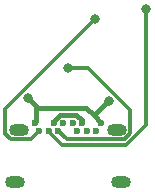
<source format=gbr>
%TF.GenerationSoftware,KiCad,Pcbnew,7.0.5*%
%TF.CreationDate,2024-03-07T09:09:49-05:00*%
%TF.ProjectId,commapogo_female,636f6d6d-6170-46f6-976f-5f66656d616c,rev?*%
%TF.SameCoordinates,Original*%
%TF.FileFunction,Copper,L2,Bot*%
%TF.FilePolarity,Positive*%
%FSLAX46Y46*%
G04 Gerber Fmt 4.6, Leading zero omitted, Abs format (unit mm)*
G04 Created by KiCad (PCBNEW 7.0.5) date 2024-03-07 09:09:49*
%MOMM*%
%LPD*%
G01*
G04 APERTURE LIST*
%TA.AperFunction,ComponentPad*%
%ADD10O,1.700000X1.000000*%
%TD*%
%TA.AperFunction,ComponentPad*%
%ADD11C,0.600000*%
%TD*%
%TA.AperFunction,ViaPad*%
%ADD12C,0.800000*%
%TD*%
%TA.AperFunction,Conductor*%
%ADD13C,0.400000*%
%TD*%
%TA.AperFunction,Conductor*%
%ADD14C,0.300000*%
%TD*%
G04 APERTURE END LIST*
D10*
%TO.P,J2,1*%
%TO.N,N/C*%
X-4125000Y-5620000D03*
%TO.P,J2,2*%
X-4485000Y-10010000D03*
%TO.P,J2,3*%
X4485000Y-10010000D03*
%TO.P,J2,4*%
X4125000Y-5620000D03*
D11*
%TO.P,J2,B1,b1*%
%TO.N,GND*%
X2800000Y-5020000D03*
%TO.P,J2,B2,b2*%
%TO.N,/CAN2_H*%
X2400000Y-5720000D03*
%TO.P,J2,B3,b3*%
%TO.N,/CAN2_L*%
X1600000Y-5720000D03*
%TO.P,J2,B4,b4*%
%TO.N,+12V*%
X1200000Y-5020000D03*
%TO.P,J2,B5,b5*%
%TO.N,unconnected-(J2-b5-PadB5)*%
X800000Y-5720000D03*
%TO.P,J2,B6,b6*%
%TO.N,unconnected-(J2-b6-PadB6)*%
X400000Y-5020000D03*
%TO.P,J2,B7,b7*%
%TO.N,unconnected-(J2-b7-PadB7)*%
X-400000Y-5020000D03*
%TO.P,J2,B8,b8*%
%TO.N,/SBU2*%
X-800000Y-5720000D03*
%TO.P,J2,B9,b9*%
%TO.N,+12V*%
X-1200000Y-5020000D03*
%TO.P,J2,B10,b10*%
%TO.N,/CAN3_L*%
X-1600000Y-5720000D03*
%TO.P,J2,B11,b11*%
%TO.N,/CAN3_H*%
X-2400000Y-5720000D03*
%TO.P,J2,B12,b12*%
%TO.N,GND*%
X-2800000Y-5020000D03*
%TD*%
D12*
%TO.N,GND*%
X3475400Y-3174300D03*
X-3342000Y-2949900D03*
%TO.N,/SBU2*%
X35100Y-404300D03*
%TO.N,/CAN3_L*%
X6655200Y4623200D03*
%TO.N,/CAN3_H*%
X2313400Y3739400D03*
%TD*%
D13*
%TO.N,+12V*%
X1200000Y-5020000D02*
X1200000Y-4828900D01*
X-663700Y-4354800D02*
X-1200000Y-4891100D01*
X725900Y-4354800D02*
X-663700Y-4354800D01*
X-1200000Y-4891100D02*
X-1200000Y-5020000D01*
X1200000Y-4828900D02*
X725900Y-4354800D01*
%TO.N,GND*%
X-2672900Y-3619000D02*
X-3342000Y-2949900D01*
X2174000Y-4394000D02*
X3393700Y-3174300D01*
X-2672900Y-3781200D02*
X1561200Y-3781200D01*
X1561200Y-3781200D02*
X2174000Y-4394000D01*
X-2672900Y-3781200D02*
X-2672900Y-3619000D01*
X-2800000Y-5020000D02*
X-2672900Y-4892900D01*
X-2672900Y-4892900D02*
X-2672900Y-3781200D01*
X3393700Y-3174300D02*
X3475400Y-3174300D01*
X2174000Y-4394000D02*
X2800000Y-5020000D01*
D14*
%TO.N,/SBU2*%
X35100Y-404300D02*
X1726600Y-404300D01*
X-90500Y-6429500D02*
X-800000Y-5720000D01*
X4813000Y-6429500D02*
X-90500Y-6429500D01*
X1726600Y-404300D02*
X5302100Y-3979800D01*
X5302100Y-5940400D02*
X4813000Y-6429500D01*
X5302100Y-3979800D02*
X5302100Y-5940400D01*
%TO.N,/CAN3_L*%
X-501600Y-6930100D02*
X4959000Y-6930100D01*
X-1600000Y-5831700D02*
X-501600Y-6930100D01*
X4959000Y-6930100D02*
X6655200Y-5233900D01*
X6655200Y-5233900D02*
X6655200Y4623200D01*
X-1600000Y-5720000D02*
X-1600000Y-5831700D01*
%TO.N,/CAN3_H*%
X-4795700Y-6433300D02*
X-3113300Y-6433300D01*
X2313400Y3739400D02*
X-5281300Y-3855300D01*
X-3113300Y-6433300D02*
X-2400000Y-5720000D01*
X-5281300Y-5947700D02*
X-4795700Y-6433300D01*
X-5281300Y-3855300D02*
X-5281300Y-5947700D01*
%TD*%
M02*

</source>
